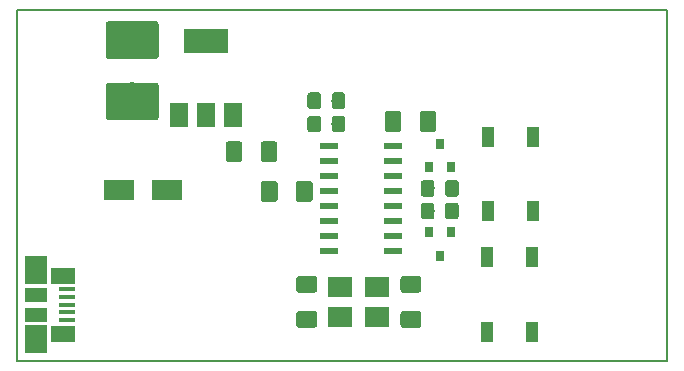
<source format=gbr>
G04 #@! TF.GenerationSoftware,KiCad,Pcbnew,(5.1.2-1)-1*
G04 #@! TF.CreationDate,2019-10-05T22:58:12+03:00*
G04 #@! TF.ProjectId,curtains-driver,63757274-6169-46e7-932d-647269766572,rev?*
G04 #@! TF.SameCoordinates,Original*
G04 #@! TF.FileFunction,Paste,Top*
G04 #@! TF.FilePolarity,Positive*
%FSLAX46Y46*%
G04 Gerber Fmt 4.6, Leading zero omitted, Abs format (unit mm)*
G04 Created by KiCad (PCBNEW (5.1.2-1)-1) date 2019-10-05 22:58:12*
%MOMM*%
%LPD*%
G04 APERTURE LIST*
%ADD10C,0.150000*%
%ADD11R,1.000000X1.700000*%
%ADD12R,2.100000X1.800000*%
%ADD13R,2.500000X1.800000*%
%ADD14C,0.100000*%
%ADD15C,1.150000*%
%ADD16C,1.425000*%
%ADD17R,1.380000X0.450000*%
%ADD18R,2.100000X1.475000*%
%ADD19R,1.900000X2.375000*%
%ADD20R,1.900000X1.175000*%
%ADD21R,1.500000X0.600000*%
%ADD22R,0.800000X0.900000*%
%ADD23C,3.200000*%
%ADD24R,3.800000X2.000000*%
%ADD25R,1.500000X2.000000*%
G04 APERTURE END LIST*
D10*
X134000000Y-63754000D02*
X134000000Y-93500000D01*
X78968600Y-63754000D02*
X78968600Y-93472000D01*
X134000000Y-93500000D02*
X78968600Y-93472000D01*
X78968600Y-63754000D02*
X134000000Y-63754000D01*
D11*
X122575400Y-84683200D03*
X122575400Y-90983200D03*
X118775400Y-84683200D03*
X118775400Y-90983200D03*
X118826200Y-80797800D03*
X118826200Y-74497800D03*
X122626200Y-80797800D03*
X122626200Y-74497800D03*
D12*
X109423800Y-89718200D03*
X106323800Y-89718200D03*
X106323800Y-87218200D03*
X109423800Y-87218200D03*
D13*
X91630500Y-78994000D03*
X87630500Y-78994000D03*
D14*
G36*
X106517805Y-72707204D02*
G01*
X106542073Y-72710804D01*
X106565872Y-72716765D01*
X106588971Y-72725030D01*
X106611150Y-72735520D01*
X106632193Y-72748132D01*
X106651899Y-72762747D01*
X106670077Y-72779223D01*
X106686553Y-72797401D01*
X106701168Y-72817107D01*
X106713780Y-72838150D01*
X106724270Y-72860329D01*
X106732535Y-72883428D01*
X106738496Y-72907227D01*
X106742096Y-72931495D01*
X106743300Y-72955999D01*
X106743300Y-73856001D01*
X106742096Y-73880505D01*
X106738496Y-73904773D01*
X106732535Y-73928572D01*
X106724270Y-73951671D01*
X106713780Y-73973850D01*
X106701168Y-73994893D01*
X106686553Y-74014599D01*
X106670077Y-74032777D01*
X106651899Y-74049253D01*
X106632193Y-74063868D01*
X106611150Y-74076480D01*
X106588971Y-74086970D01*
X106565872Y-74095235D01*
X106542073Y-74101196D01*
X106517805Y-74104796D01*
X106493301Y-74106000D01*
X105843299Y-74106000D01*
X105818795Y-74104796D01*
X105794527Y-74101196D01*
X105770728Y-74095235D01*
X105747629Y-74086970D01*
X105725450Y-74076480D01*
X105704407Y-74063868D01*
X105684701Y-74049253D01*
X105666523Y-74032777D01*
X105650047Y-74014599D01*
X105635432Y-73994893D01*
X105622820Y-73973850D01*
X105612330Y-73951671D01*
X105604065Y-73928572D01*
X105598104Y-73904773D01*
X105594504Y-73880505D01*
X105593300Y-73856001D01*
X105593300Y-72955999D01*
X105594504Y-72931495D01*
X105598104Y-72907227D01*
X105604065Y-72883428D01*
X105612330Y-72860329D01*
X105622820Y-72838150D01*
X105635432Y-72817107D01*
X105650047Y-72797401D01*
X105666523Y-72779223D01*
X105684701Y-72762747D01*
X105704407Y-72748132D01*
X105725450Y-72735520D01*
X105747629Y-72725030D01*
X105770728Y-72716765D01*
X105794527Y-72710804D01*
X105818795Y-72707204D01*
X105843299Y-72706000D01*
X106493301Y-72706000D01*
X106517805Y-72707204D01*
X106517805Y-72707204D01*
G37*
D15*
X106168300Y-73406000D03*
D14*
G36*
X104467805Y-72707204D02*
G01*
X104492073Y-72710804D01*
X104515872Y-72716765D01*
X104538971Y-72725030D01*
X104561150Y-72735520D01*
X104582193Y-72748132D01*
X104601899Y-72762747D01*
X104620077Y-72779223D01*
X104636553Y-72797401D01*
X104651168Y-72817107D01*
X104663780Y-72838150D01*
X104674270Y-72860329D01*
X104682535Y-72883428D01*
X104688496Y-72907227D01*
X104692096Y-72931495D01*
X104693300Y-72955999D01*
X104693300Y-73856001D01*
X104692096Y-73880505D01*
X104688496Y-73904773D01*
X104682535Y-73928572D01*
X104674270Y-73951671D01*
X104663780Y-73973850D01*
X104651168Y-73994893D01*
X104636553Y-74014599D01*
X104620077Y-74032777D01*
X104601899Y-74049253D01*
X104582193Y-74063868D01*
X104561150Y-74076480D01*
X104538971Y-74086970D01*
X104515872Y-74095235D01*
X104492073Y-74101196D01*
X104467805Y-74104796D01*
X104443301Y-74106000D01*
X103793299Y-74106000D01*
X103768795Y-74104796D01*
X103744527Y-74101196D01*
X103720728Y-74095235D01*
X103697629Y-74086970D01*
X103675450Y-74076480D01*
X103654407Y-74063868D01*
X103634701Y-74049253D01*
X103616523Y-74032777D01*
X103600047Y-74014599D01*
X103585432Y-73994893D01*
X103572820Y-73973850D01*
X103562330Y-73951671D01*
X103554065Y-73928572D01*
X103548104Y-73904773D01*
X103544504Y-73880505D01*
X103543300Y-73856001D01*
X103543300Y-72955999D01*
X103544504Y-72931495D01*
X103548104Y-72907227D01*
X103554065Y-72883428D01*
X103562330Y-72860329D01*
X103572820Y-72838150D01*
X103585432Y-72817107D01*
X103600047Y-72797401D01*
X103616523Y-72779223D01*
X103634701Y-72762747D01*
X103654407Y-72748132D01*
X103675450Y-72735520D01*
X103697629Y-72725030D01*
X103720728Y-72716765D01*
X103744527Y-72710804D01*
X103768795Y-72707204D01*
X103793299Y-72706000D01*
X104443301Y-72706000D01*
X104467805Y-72707204D01*
X104467805Y-72707204D01*
G37*
D15*
X104118300Y-73406000D03*
D14*
G36*
X116119005Y-78168204D02*
G01*
X116143273Y-78171804D01*
X116167072Y-78177765D01*
X116190171Y-78186030D01*
X116212350Y-78196520D01*
X116233393Y-78209132D01*
X116253099Y-78223747D01*
X116271277Y-78240223D01*
X116287753Y-78258401D01*
X116302368Y-78278107D01*
X116314980Y-78299150D01*
X116325470Y-78321329D01*
X116333735Y-78344428D01*
X116339696Y-78368227D01*
X116343296Y-78392495D01*
X116344500Y-78416999D01*
X116344500Y-79317001D01*
X116343296Y-79341505D01*
X116339696Y-79365773D01*
X116333735Y-79389572D01*
X116325470Y-79412671D01*
X116314980Y-79434850D01*
X116302368Y-79455893D01*
X116287753Y-79475599D01*
X116271277Y-79493777D01*
X116253099Y-79510253D01*
X116233393Y-79524868D01*
X116212350Y-79537480D01*
X116190171Y-79547970D01*
X116167072Y-79556235D01*
X116143273Y-79562196D01*
X116119005Y-79565796D01*
X116094501Y-79567000D01*
X115444499Y-79567000D01*
X115419995Y-79565796D01*
X115395727Y-79562196D01*
X115371928Y-79556235D01*
X115348829Y-79547970D01*
X115326650Y-79537480D01*
X115305607Y-79524868D01*
X115285901Y-79510253D01*
X115267723Y-79493777D01*
X115251247Y-79475599D01*
X115236632Y-79455893D01*
X115224020Y-79434850D01*
X115213530Y-79412671D01*
X115205265Y-79389572D01*
X115199304Y-79365773D01*
X115195704Y-79341505D01*
X115194500Y-79317001D01*
X115194500Y-78416999D01*
X115195704Y-78392495D01*
X115199304Y-78368227D01*
X115205265Y-78344428D01*
X115213530Y-78321329D01*
X115224020Y-78299150D01*
X115236632Y-78278107D01*
X115251247Y-78258401D01*
X115267723Y-78240223D01*
X115285901Y-78223747D01*
X115305607Y-78209132D01*
X115326650Y-78196520D01*
X115348829Y-78186030D01*
X115371928Y-78177765D01*
X115395727Y-78171804D01*
X115419995Y-78168204D01*
X115444499Y-78167000D01*
X116094501Y-78167000D01*
X116119005Y-78168204D01*
X116119005Y-78168204D01*
G37*
D15*
X115769500Y-78867000D03*
D14*
G36*
X114069005Y-78168204D02*
G01*
X114093273Y-78171804D01*
X114117072Y-78177765D01*
X114140171Y-78186030D01*
X114162350Y-78196520D01*
X114183393Y-78209132D01*
X114203099Y-78223747D01*
X114221277Y-78240223D01*
X114237753Y-78258401D01*
X114252368Y-78278107D01*
X114264980Y-78299150D01*
X114275470Y-78321329D01*
X114283735Y-78344428D01*
X114289696Y-78368227D01*
X114293296Y-78392495D01*
X114294500Y-78416999D01*
X114294500Y-79317001D01*
X114293296Y-79341505D01*
X114289696Y-79365773D01*
X114283735Y-79389572D01*
X114275470Y-79412671D01*
X114264980Y-79434850D01*
X114252368Y-79455893D01*
X114237753Y-79475599D01*
X114221277Y-79493777D01*
X114203099Y-79510253D01*
X114183393Y-79524868D01*
X114162350Y-79537480D01*
X114140171Y-79547970D01*
X114117072Y-79556235D01*
X114093273Y-79562196D01*
X114069005Y-79565796D01*
X114044501Y-79567000D01*
X113394499Y-79567000D01*
X113369995Y-79565796D01*
X113345727Y-79562196D01*
X113321928Y-79556235D01*
X113298829Y-79547970D01*
X113276650Y-79537480D01*
X113255607Y-79524868D01*
X113235901Y-79510253D01*
X113217723Y-79493777D01*
X113201247Y-79475599D01*
X113186632Y-79455893D01*
X113174020Y-79434850D01*
X113163530Y-79412671D01*
X113155265Y-79389572D01*
X113149304Y-79365773D01*
X113145704Y-79341505D01*
X113144500Y-79317001D01*
X113144500Y-78416999D01*
X113145704Y-78392495D01*
X113149304Y-78368227D01*
X113155265Y-78344428D01*
X113163530Y-78321329D01*
X113174020Y-78299150D01*
X113186632Y-78278107D01*
X113201247Y-78258401D01*
X113217723Y-78240223D01*
X113235901Y-78223747D01*
X113255607Y-78209132D01*
X113276650Y-78196520D01*
X113298829Y-78186030D01*
X113321928Y-78177765D01*
X113345727Y-78171804D01*
X113369995Y-78168204D01*
X113394499Y-78167000D01*
X114044501Y-78167000D01*
X114069005Y-78168204D01*
X114069005Y-78168204D01*
G37*
D15*
X113719500Y-78867000D03*
D14*
G36*
X104467805Y-70738704D02*
G01*
X104492073Y-70742304D01*
X104515872Y-70748265D01*
X104538971Y-70756530D01*
X104561150Y-70767020D01*
X104582193Y-70779632D01*
X104601899Y-70794247D01*
X104620077Y-70810723D01*
X104636553Y-70828901D01*
X104651168Y-70848607D01*
X104663780Y-70869650D01*
X104674270Y-70891829D01*
X104682535Y-70914928D01*
X104688496Y-70938727D01*
X104692096Y-70962995D01*
X104693300Y-70987499D01*
X104693300Y-71887501D01*
X104692096Y-71912005D01*
X104688496Y-71936273D01*
X104682535Y-71960072D01*
X104674270Y-71983171D01*
X104663780Y-72005350D01*
X104651168Y-72026393D01*
X104636553Y-72046099D01*
X104620077Y-72064277D01*
X104601899Y-72080753D01*
X104582193Y-72095368D01*
X104561150Y-72107980D01*
X104538971Y-72118470D01*
X104515872Y-72126735D01*
X104492073Y-72132696D01*
X104467805Y-72136296D01*
X104443301Y-72137500D01*
X103793299Y-72137500D01*
X103768795Y-72136296D01*
X103744527Y-72132696D01*
X103720728Y-72126735D01*
X103697629Y-72118470D01*
X103675450Y-72107980D01*
X103654407Y-72095368D01*
X103634701Y-72080753D01*
X103616523Y-72064277D01*
X103600047Y-72046099D01*
X103585432Y-72026393D01*
X103572820Y-72005350D01*
X103562330Y-71983171D01*
X103554065Y-71960072D01*
X103548104Y-71936273D01*
X103544504Y-71912005D01*
X103543300Y-71887501D01*
X103543300Y-70987499D01*
X103544504Y-70962995D01*
X103548104Y-70938727D01*
X103554065Y-70914928D01*
X103562330Y-70891829D01*
X103572820Y-70869650D01*
X103585432Y-70848607D01*
X103600047Y-70828901D01*
X103616523Y-70810723D01*
X103634701Y-70794247D01*
X103654407Y-70779632D01*
X103675450Y-70767020D01*
X103697629Y-70756530D01*
X103720728Y-70748265D01*
X103744527Y-70742304D01*
X103768795Y-70738704D01*
X103793299Y-70737500D01*
X104443301Y-70737500D01*
X104467805Y-70738704D01*
X104467805Y-70738704D01*
G37*
D15*
X104118300Y-71437500D03*
D14*
G36*
X106517805Y-70738704D02*
G01*
X106542073Y-70742304D01*
X106565872Y-70748265D01*
X106588971Y-70756530D01*
X106611150Y-70767020D01*
X106632193Y-70779632D01*
X106651899Y-70794247D01*
X106670077Y-70810723D01*
X106686553Y-70828901D01*
X106701168Y-70848607D01*
X106713780Y-70869650D01*
X106724270Y-70891829D01*
X106732535Y-70914928D01*
X106738496Y-70938727D01*
X106742096Y-70962995D01*
X106743300Y-70987499D01*
X106743300Y-71887501D01*
X106742096Y-71912005D01*
X106738496Y-71936273D01*
X106732535Y-71960072D01*
X106724270Y-71983171D01*
X106713780Y-72005350D01*
X106701168Y-72026393D01*
X106686553Y-72046099D01*
X106670077Y-72064277D01*
X106651899Y-72080753D01*
X106632193Y-72095368D01*
X106611150Y-72107980D01*
X106588971Y-72118470D01*
X106565872Y-72126735D01*
X106542073Y-72132696D01*
X106517805Y-72136296D01*
X106493301Y-72137500D01*
X105843299Y-72137500D01*
X105818795Y-72136296D01*
X105794527Y-72132696D01*
X105770728Y-72126735D01*
X105747629Y-72118470D01*
X105725450Y-72107980D01*
X105704407Y-72095368D01*
X105684701Y-72080753D01*
X105666523Y-72064277D01*
X105650047Y-72046099D01*
X105635432Y-72026393D01*
X105622820Y-72005350D01*
X105612330Y-71983171D01*
X105604065Y-71960072D01*
X105598104Y-71936273D01*
X105594504Y-71912005D01*
X105593300Y-71887501D01*
X105593300Y-70987499D01*
X105594504Y-70962995D01*
X105598104Y-70938727D01*
X105604065Y-70914928D01*
X105612330Y-70891829D01*
X105622820Y-70869650D01*
X105635432Y-70848607D01*
X105650047Y-70828901D01*
X105666523Y-70810723D01*
X105684701Y-70794247D01*
X105704407Y-70779632D01*
X105725450Y-70767020D01*
X105747629Y-70756530D01*
X105770728Y-70748265D01*
X105794527Y-70742304D01*
X105818795Y-70738704D01*
X105843299Y-70737500D01*
X106493301Y-70737500D01*
X106517805Y-70738704D01*
X106517805Y-70738704D01*
G37*
D15*
X106168300Y-71437500D03*
D14*
G36*
X104129104Y-89244404D02*
G01*
X104153373Y-89248004D01*
X104177171Y-89253965D01*
X104200271Y-89262230D01*
X104222449Y-89272720D01*
X104243493Y-89285333D01*
X104263198Y-89299947D01*
X104281377Y-89316423D01*
X104297853Y-89334602D01*
X104312467Y-89354307D01*
X104325080Y-89375351D01*
X104335570Y-89397529D01*
X104343835Y-89420629D01*
X104349796Y-89444427D01*
X104353396Y-89468696D01*
X104354600Y-89493200D01*
X104354600Y-90418200D01*
X104353396Y-90442704D01*
X104349796Y-90466973D01*
X104343835Y-90490771D01*
X104335570Y-90513871D01*
X104325080Y-90536049D01*
X104312467Y-90557093D01*
X104297853Y-90576798D01*
X104281377Y-90594977D01*
X104263198Y-90611453D01*
X104243493Y-90626067D01*
X104222449Y-90638680D01*
X104200271Y-90649170D01*
X104177171Y-90657435D01*
X104153373Y-90663396D01*
X104129104Y-90666996D01*
X104104600Y-90668200D01*
X102854600Y-90668200D01*
X102830096Y-90666996D01*
X102805827Y-90663396D01*
X102782029Y-90657435D01*
X102758929Y-90649170D01*
X102736751Y-90638680D01*
X102715707Y-90626067D01*
X102696002Y-90611453D01*
X102677823Y-90594977D01*
X102661347Y-90576798D01*
X102646733Y-90557093D01*
X102634120Y-90536049D01*
X102623630Y-90513871D01*
X102615365Y-90490771D01*
X102609404Y-90466973D01*
X102605804Y-90442704D01*
X102604600Y-90418200D01*
X102604600Y-89493200D01*
X102605804Y-89468696D01*
X102609404Y-89444427D01*
X102615365Y-89420629D01*
X102623630Y-89397529D01*
X102634120Y-89375351D01*
X102646733Y-89354307D01*
X102661347Y-89334602D01*
X102677823Y-89316423D01*
X102696002Y-89299947D01*
X102715707Y-89285333D01*
X102736751Y-89272720D01*
X102758929Y-89262230D01*
X102782029Y-89253965D01*
X102805827Y-89248004D01*
X102830096Y-89244404D01*
X102854600Y-89243200D01*
X104104600Y-89243200D01*
X104129104Y-89244404D01*
X104129104Y-89244404D01*
G37*
D16*
X103479600Y-89955700D03*
D14*
G36*
X104129104Y-86269404D02*
G01*
X104153373Y-86273004D01*
X104177171Y-86278965D01*
X104200271Y-86287230D01*
X104222449Y-86297720D01*
X104243493Y-86310333D01*
X104263198Y-86324947D01*
X104281377Y-86341423D01*
X104297853Y-86359602D01*
X104312467Y-86379307D01*
X104325080Y-86400351D01*
X104335570Y-86422529D01*
X104343835Y-86445629D01*
X104349796Y-86469427D01*
X104353396Y-86493696D01*
X104354600Y-86518200D01*
X104354600Y-87443200D01*
X104353396Y-87467704D01*
X104349796Y-87491973D01*
X104343835Y-87515771D01*
X104335570Y-87538871D01*
X104325080Y-87561049D01*
X104312467Y-87582093D01*
X104297853Y-87601798D01*
X104281377Y-87619977D01*
X104263198Y-87636453D01*
X104243493Y-87651067D01*
X104222449Y-87663680D01*
X104200271Y-87674170D01*
X104177171Y-87682435D01*
X104153373Y-87688396D01*
X104129104Y-87691996D01*
X104104600Y-87693200D01*
X102854600Y-87693200D01*
X102830096Y-87691996D01*
X102805827Y-87688396D01*
X102782029Y-87682435D01*
X102758929Y-87674170D01*
X102736751Y-87663680D01*
X102715707Y-87651067D01*
X102696002Y-87636453D01*
X102677823Y-87619977D01*
X102661347Y-87601798D01*
X102646733Y-87582093D01*
X102634120Y-87561049D01*
X102623630Y-87538871D01*
X102615365Y-87515771D01*
X102609404Y-87491973D01*
X102605804Y-87467704D01*
X102604600Y-87443200D01*
X102604600Y-86518200D01*
X102605804Y-86493696D01*
X102609404Y-86469427D01*
X102615365Y-86445629D01*
X102623630Y-86422529D01*
X102634120Y-86400351D01*
X102646733Y-86379307D01*
X102661347Y-86359602D01*
X102677823Y-86341423D01*
X102696002Y-86324947D01*
X102715707Y-86310333D01*
X102736751Y-86297720D01*
X102758929Y-86287230D01*
X102782029Y-86278965D01*
X102805827Y-86273004D01*
X102830096Y-86269404D01*
X102854600Y-86268200D01*
X104104600Y-86268200D01*
X104129104Y-86269404D01*
X104129104Y-86269404D01*
G37*
D16*
X103479600Y-86980700D03*
D14*
G36*
X103765004Y-78247204D02*
G01*
X103789273Y-78250804D01*
X103813071Y-78256765D01*
X103836171Y-78265030D01*
X103858349Y-78275520D01*
X103879393Y-78288133D01*
X103899098Y-78302747D01*
X103917277Y-78319223D01*
X103933753Y-78337402D01*
X103948367Y-78357107D01*
X103960980Y-78378151D01*
X103971470Y-78400329D01*
X103979735Y-78423429D01*
X103985696Y-78447227D01*
X103989296Y-78471496D01*
X103990500Y-78496000D01*
X103990500Y-79746000D01*
X103989296Y-79770504D01*
X103985696Y-79794773D01*
X103979735Y-79818571D01*
X103971470Y-79841671D01*
X103960980Y-79863849D01*
X103948367Y-79884893D01*
X103933753Y-79904598D01*
X103917277Y-79922777D01*
X103899098Y-79939253D01*
X103879393Y-79953867D01*
X103858349Y-79966480D01*
X103836171Y-79976970D01*
X103813071Y-79985235D01*
X103789273Y-79991196D01*
X103765004Y-79994796D01*
X103740500Y-79996000D01*
X102815500Y-79996000D01*
X102790996Y-79994796D01*
X102766727Y-79991196D01*
X102742929Y-79985235D01*
X102719829Y-79976970D01*
X102697651Y-79966480D01*
X102676607Y-79953867D01*
X102656902Y-79939253D01*
X102638723Y-79922777D01*
X102622247Y-79904598D01*
X102607633Y-79884893D01*
X102595020Y-79863849D01*
X102584530Y-79841671D01*
X102576265Y-79818571D01*
X102570304Y-79794773D01*
X102566704Y-79770504D01*
X102565500Y-79746000D01*
X102565500Y-78496000D01*
X102566704Y-78471496D01*
X102570304Y-78447227D01*
X102576265Y-78423429D01*
X102584530Y-78400329D01*
X102595020Y-78378151D01*
X102607633Y-78357107D01*
X102622247Y-78337402D01*
X102638723Y-78319223D01*
X102656902Y-78302747D01*
X102676607Y-78288133D01*
X102697651Y-78275520D01*
X102719829Y-78265030D01*
X102742929Y-78256765D01*
X102766727Y-78250804D01*
X102790996Y-78247204D01*
X102815500Y-78246000D01*
X103740500Y-78246000D01*
X103765004Y-78247204D01*
X103765004Y-78247204D01*
G37*
D16*
X103278000Y-79121000D03*
D14*
G36*
X100790004Y-78247204D02*
G01*
X100814273Y-78250804D01*
X100838071Y-78256765D01*
X100861171Y-78265030D01*
X100883349Y-78275520D01*
X100904393Y-78288133D01*
X100924098Y-78302747D01*
X100942277Y-78319223D01*
X100958753Y-78337402D01*
X100973367Y-78357107D01*
X100985980Y-78378151D01*
X100996470Y-78400329D01*
X101004735Y-78423429D01*
X101010696Y-78447227D01*
X101014296Y-78471496D01*
X101015500Y-78496000D01*
X101015500Y-79746000D01*
X101014296Y-79770504D01*
X101010696Y-79794773D01*
X101004735Y-79818571D01*
X100996470Y-79841671D01*
X100985980Y-79863849D01*
X100973367Y-79884893D01*
X100958753Y-79904598D01*
X100942277Y-79922777D01*
X100924098Y-79939253D01*
X100904393Y-79953867D01*
X100883349Y-79966480D01*
X100861171Y-79976970D01*
X100838071Y-79985235D01*
X100814273Y-79991196D01*
X100790004Y-79994796D01*
X100765500Y-79996000D01*
X99840500Y-79996000D01*
X99815996Y-79994796D01*
X99791727Y-79991196D01*
X99767929Y-79985235D01*
X99744829Y-79976970D01*
X99722651Y-79966480D01*
X99701607Y-79953867D01*
X99681902Y-79939253D01*
X99663723Y-79922777D01*
X99647247Y-79904598D01*
X99632633Y-79884893D01*
X99620020Y-79863849D01*
X99609530Y-79841671D01*
X99601265Y-79818571D01*
X99595304Y-79794773D01*
X99591704Y-79770504D01*
X99590500Y-79746000D01*
X99590500Y-78496000D01*
X99591704Y-78471496D01*
X99595304Y-78447227D01*
X99601265Y-78423429D01*
X99609530Y-78400329D01*
X99620020Y-78378151D01*
X99632633Y-78357107D01*
X99647247Y-78337402D01*
X99663723Y-78319223D01*
X99681902Y-78302747D01*
X99701607Y-78288133D01*
X99722651Y-78275520D01*
X99744829Y-78265030D01*
X99767929Y-78256765D01*
X99791727Y-78250804D01*
X99815996Y-78247204D01*
X99840500Y-78246000D01*
X100765500Y-78246000D01*
X100790004Y-78247204D01*
X100790004Y-78247204D01*
G37*
D16*
X100303000Y-79121000D03*
D17*
X83184500Y-87409500D03*
X83184500Y-88059500D03*
X83184500Y-88709500D03*
X83184500Y-89359500D03*
X83184500Y-90009500D03*
D18*
X82824500Y-86247000D03*
X82824500Y-91172000D03*
D19*
X80524500Y-85799500D03*
X80524500Y-91619500D03*
D20*
X80524500Y-87869500D03*
X80524500Y-89549500D03*
D21*
X105362000Y-75311000D03*
X105362000Y-76581000D03*
X105362000Y-77851000D03*
X105362000Y-79121000D03*
X105362000Y-80391000D03*
X105362000Y-81661000D03*
X105362000Y-82931000D03*
X105362000Y-84201000D03*
X110762000Y-84201000D03*
X110762000Y-82931000D03*
X110762000Y-81661000D03*
X110762000Y-80391000D03*
X110762000Y-79121000D03*
X110762000Y-77851000D03*
X110762000Y-76581000D03*
X110762000Y-75311000D03*
D22*
X114744500Y-84566000D03*
X113794500Y-82566000D03*
X115694500Y-82566000D03*
X113794500Y-77073000D03*
X115694500Y-77073000D03*
X114744500Y-75073000D03*
D14*
G36*
X114069005Y-80073204D02*
G01*
X114093273Y-80076804D01*
X114117072Y-80082765D01*
X114140171Y-80091030D01*
X114162350Y-80101520D01*
X114183393Y-80114132D01*
X114203099Y-80128747D01*
X114221277Y-80145223D01*
X114237753Y-80163401D01*
X114252368Y-80183107D01*
X114264980Y-80204150D01*
X114275470Y-80226329D01*
X114283735Y-80249428D01*
X114289696Y-80273227D01*
X114293296Y-80297495D01*
X114294500Y-80321999D01*
X114294500Y-81222001D01*
X114293296Y-81246505D01*
X114289696Y-81270773D01*
X114283735Y-81294572D01*
X114275470Y-81317671D01*
X114264980Y-81339850D01*
X114252368Y-81360893D01*
X114237753Y-81380599D01*
X114221277Y-81398777D01*
X114203099Y-81415253D01*
X114183393Y-81429868D01*
X114162350Y-81442480D01*
X114140171Y-81452970D01*
X114117072Y-81461235D01*
X114093273Y-81467196D01*
X114069005Y-81470796D01*
X114044501Y-81472000D01*
X113394499Y-81472000D01*
X113369995Y-81470796D01*
X113345727Y-81467196D01*
X113321928Y-81461235D01*
X113298829Y-81452970D01*
X113276650Y-81442480D01*
X113255607Y-81429868D01*
X113235901Y-81415253D01*
X113217723Y-81398777D01*
X113201247Y-81380599D01*
X113186632Y-81360893D01*
X113174020Y-81339850D01*
X113163530Y-81317671D01*
X113155265Y-81294572D01*
X113149304Y-81270773D01*
X113145704Y-81246505D01*
X113144500Y-81222001D01*
X113144500Y-80321999D01*
X113145704Y-80297495D01*
X113149304Y-80273227D01*
X113155265Y-80249428D01*
X113163530Y-80226329D01*
X113174020Y-80204150D01*
X113186632Y-80183107D01*
X113201247Y-80163401D01*
X113217723Y-80145223D01*
X113235901Y-80128747D01*
X113255607Y-80114132D01*
X113276650Y-80101520D01*
X113298829Y-80091030D01*
X113321928Y-80082765D01*
X113345727Y-80076804D01*
X113369995Y-80073204D01*
X113394499Y-80072000D01*
X114044501Y-80072000D01*
X114069005Y-80073204D01*
X114069005Y-80073204D01*
G37*
D15*
X113719500Y-80772000D03*
D14*
G36*
X116119005Y-80073204D02*
G01*
X116143273Y-80076804D01*
X116167072Y-80082765D01*
X116190171Y-80091030D01*
X116212350Y-80101520D01*
X116233393Y-80114132D01*
X116253099Y-80128747D01*
X116271277Y-80145223D01*
X116287753Y-80163401D01*
X116302368Y-80183107D01*
X116314980Y-80204150D01*
X116325470Y-80226329D01*
X116333735Y-80249428D01*
X116339696Y-80273227D01*
X116343296Y-80297495D01*
X116344500Y-80321999D01*
X116344500Y-81222001D01*
X116343296Y-81246505D01*
X116339696Y-81270773D01*
X116333735Y-81294572D01*
X116325470Y-81317671D01*
X116314980Y-81339850D01*
X116302368Y-81360893D01*
X116287753Y-81380599D01*
X116271277Y-81398777D01*
X116253099Y-81415253D01*
X116233393Y-81429868D01*
X116212350Y-81442480D01*
X116190171Y-81452970D01*
X116167072Y-81461235D01*
X116143273Y-81467196D01*
X116119005Y-81470796D01*
X116094501Y-81472000D01*
X115444499Y-81472000D01*
X115419995Y-81470796D01*
X115395727Y-81467196D01*
X115371928Y-81461235D01*
X115348829Y-81452970D01*
X115326650Y-81442480D01*
X115305607Y-81429868D01*
X115285901Y-81415253D01*
X115267723Y-81398777D01*
X115251247Y-81380599D01*
X115236632Y-81360893D01*
X115224020Y-81339850D01*
X115213530Y-81317671D01*
X115205265Y-81294572D01*
X115199304Y-81270773D01*
X115195704Y-81246505D01*
X115194500Y-81222001D01*
X115194500Y-80321999D01*
X115195704Y-80297495D01*
X115199304Y-80273227D01*
X115205265Y-80249428D01*
X115213530Y-80226329D01*
X115224020Y-80204150D01*
X115236632Y-80183107D01*
X115251247Y-80163401D01*
X115267723Y-80145223D01*
X115285901Y-80128747D01*
X115305607Y-80114132D01*
X115326650Y-80101520D01*
X115348829Y-80091030D01*
X115371928Y-80082765D01*
X115395727Y-80076804D01*
X115419995Y-80073204D01*
X115444499Y-80072000D01*
X116094501Y-80072000D01*
X116119005Y-80073204D01*
X116119005Y-80073204D01*
G37*
D15*
X115769500Y-80772000D03*
D14*
G36*
X112942904Y-89244404D02*
G01*
X112967173Y-89248004D01*
X112990971Y-89253965D01*
X113014071Y-89262230D01*
X113036249Y-89272720D01*
X113057293Y-89285333D01*
X113076998Y-89299947D01*
X113095177Y-89316423D01*
X113111653Y-89334602D01*
X113126267Y-89354307D01*
X113138880Y-89375351D01*
X113149370Y-89397529D01*
X113157635Y-89420629D01*
X113163596Y-89444427D01*
X113167196Y-89468696D01*
X113168400Y-89493200D01*
X113168400Y-90418200D01*
X113167196Y-90442704D01*
X113163596Y-90466973D01*
X113157635Y-90490771D01*
X113149370Y-90513871D01*
X113138880Y-90536049D01*
X113126267Y-90557093D01*
X113111653Y-90576798D01*
X113095177Y-90594977D01*
X113076998Y-90611453D01*
X113057293Y-90626067D01*
X113036249Y-90638680D01*
X113014071Y-90649170D01*
X112990971Y-90657435D01*
X112967173Y-90663396D01*
X112942904Y-90666996D01*
X112918400Y-90668200D01*
X111668400Y-90668200D01*
X111643896Y-90666996D01*
X111619627Y-90663396D01*
X111595829Y-90657435D01*
X111572729Y-90649170D01*
X111550551Y-90638680D01*
X111529507Y-90626067D01*
X111509802Y-90611453D01*
X111491623Y-90594977D01*
X111475147Y-90576798D01*
X111460533Y-90557093D01*
X111447920Y-90536049D01*
X111437430Y-90513871D01*
X111429165Y-90490771D01*
X111423204Y-90466973D01*
X111419604Y-90442704D01*
X111418400Y-90418200D01*
X111418400Y-89493200D01*
X111419604Y-89468696D01*
X111423204Y-89444427D01*
X111429165Y-89420629D01*
X111437430Y-89397529D01*
X111447920Y-89375351D01*
X111460533Y-89354307D01*
X111475147Y-89334602D01*
X111491623Y-89316423D01*
X111509802Y-89299947D01*
X111529507Y-89285333D01*
X111550551Y-89272720D01*
X111572729Y-89262230D01*
X111595829Y-89253965D01*
X111619627Y-89248004D01*
X111643896Y-89244404D01*
X111668400Y-89243200D01*
X112918400Y-89243200D01*
X112942904Y-89244404D01*
X112942904Y-89244404D01*
G37*
D16*
X112293400Y-89955700D03*
D14*
G36*
X112942904Y-86269404D02*
G01*
X112967173Y-86273004D01*
X112990971Y-86278965D01*
X113014071Y-86287230D01*
X113036249Y-86297720D01*
X113057293Y-86310333D01*
X113076998Y-86324947D01*
X113095177Y-86341423D01*
X113111653Y-86359602D01*
X113126267Y-86379307D01*
X113138880Y-86400351D01*
X113149370Y-86422529D01*
X113157635Y-86445629D01*
X113163596Y-86469427D01*
X113167196Y-86493696D01*
X113168400Y-86518200D01*
X113168400Y-87443200D01*
X113167196Y-87467704D01*
X113163596Y-87491973D01*
X113157635Y-87515771D01*
X113149370Y-87538871D01*
X113138880Y-87561049D01*
X113126267Y-87582093D01*
X113111653Y-87601798D01*
X113095177Y-87619977D01*
X113076998Y-87636453D01*
X113057293Y-87651067D01*
X113036249Y-87663680D01*
X113014071Y-87674170D01*
X112990971Y-87682435D01*
X112967173Y-87688396D01*
X112942904Y-87691996D01*
X112918400Y-87693200D01*
X111668400Y-87693200D01*
X111643896Y-87691996D01*
X111619627Y-87688396D01*
X111595829Y-87682435D01*
X111572729Y-87674170D01*
X111550551Y-87663680D01*
X111529507Y-87651067D01*
X111509802Y-87636453D01*
X111491623Y-87619977D01*
X111475147Y-87601798D01*
X111460533Y-87582093D01*
X111447920Y-87561049D01*
X111437430Y-87538871D01*
X111429165Y-87515771D01*
X111423204Y-87491973D01*
X111419604Y-87467704D01*
X111418400Y-87443200D01*
X111418400Y-86518200D01*
X111419604Y-86493696D01*
X111423204Y-86469427D01*
X111429165Y-86445629D01*
X111437430Y-86422529D01*
X111447920Y-86400351D01*
X111460533Y-86379307D01*
X111475147Y-86359602D01*
X111491623Y-86341423D01*
X111509802Y-86324947D01*
X111529507Y-86310333D01*
X111550551Y-86297720D01*
X111572729Y-86287230D01*
X111595829Y-86278965D01*
X111619627Y-86273004D01*
X111643896Y-86269404D01*
X111668400Y-86268200D01*
X112918400Y-86268200D01*
X112942904Y-86269404D01*
X112942904Y-86269404D01*
G37*
D16*
X112293400Y-86980700D03*
D14*
G36*
X111267504Y-72329004D02*
G01*
X111291773Y-72332604D01*
X111315571Y-72338565D01*
X111338671Y-72346830D01*
X111360849Y-72357320D01*
X111381893Y-72369933D01*
X111401598Y-72384547D01*
X111419777Y-72401023D01*
X111436253Y-72419202D01*
X111450867Y-72438907D01*
X111463480Y-72459951D01*
X111473970Y-72482129D01*
X111482235Y-72505229D01*
X111488196Y-72529027D01*
X111491796Y-72553296D01*
X111493000Y-72577800D01*
X111493000Y-73827800D01*
X111491796Y-73852304D01*
X111488196Y-73876573D01*
X111482235Y-73900371D01*
X111473970Y-73923471D01*
X111463480Y-73945649D01*
X111450867Y-73966693D01*
X111436253Y-73986398D01*
X111419777Y-74004577D01*
X111401598Y-74021053D01*
X111381893Y-74035667D01*
X111360849Y-74048280D01*
X111338671Y-74058770D01*
X111315571Y-74067035D01*
X111291773Y-74072996D01*
X111267504Y-74076596D01*
X111243000Y-74077800D01*
X110318000Y-74077800D01*
X110293496Y-74076596D01*
X110269227Y-74072996D01*
X110245429Y-74067035D01*
X110222329Y-74058770D01*
X110200151Y-74048280D01*
X110179107Y-74035667D01*
X110159402Y-74021053D01*
X110141223Y-74004577D01*
X110124747Y-73986398D01*
X110110133Y-73966693D01*
X110097520Y-73945649D01*
X110087030Y-73923471D01*
X110078765Y-73900371D01*
X110072804Y-73876573D01*
X110069204Y-73852304D01*
X110068000Y-73827800D01*
X110068000Y-72577800D01*
X110069204Y-72553296D01*
X110072804Y-72529027D01*
X110078765Y-72505229D01*
X110087030Y-72482129D01*
X110097520Y-72459951D01*
X110110133Y-72438907D01*
X110124747Y-72419202D01*
X110141223Y-72401023D01*
X110159402Y-72384547D01*
X110179107Y-72369933D01*
X110200151Y-72357320D01*
X110222329Y-72346830D01*
X110245429Y-72338565D01*
X110269227Y-72332604D01*
X110293496Y-72329004D01*
X110318000Y-72327800D01*
X111243000Y-72327800D01*
X111267504Y-72329004D01*
X111267504Y-72329004D01*
G37*
D16*
X110780500Y-73202800D03*
D14*
G36*
X114242504Y-72329004D02*
G01*
X114266773Y-72332604D01*
X114290571Y-72338565D01*
X114313671Y-72346830D01*
X114335849Y-72357320D01*
X114356893Y-72369933D01*
X114376598Y-72384547D01*
X114394777Y-72401023D01*
X114411253Y-72419202D01*
X114425867Y-72438907D01*
X114438480Y-72459951D01*
X114448970Y-72482129D01*
X114457235Y-72505229D01*
X114463196Y-72529027D01*
X114466796Y-72553296D01*
X114468000Y-72577800D01*
X114468000Y-73827800D01*
X114466796Y-73852304D01*
X114463196Y-73876573D01*
X114457235Y-73900371D01*
X114448970Y-73923471D01*
X114438480Y-73945649D01*
X114425867Y-73966693D01*
X114411253Y-73986398D01*
X114394777Y-74004577D01*
X114376598Y-74021053D01*
X114356893Y-74035667D01*
X114335849Y-74048280D01*
X114313671Y-74058770D01*
X114290571Y-74067035D01*
X114266773Y-74072996D01*
X114242504Y-74076596D01*
X114218000Y-74077800D01*
X113293000Y-74077800D01*
X113268496Y-74076596D01*
X113244227Y-74072996D01*
X113220429Y-74067035D01*
X113197329Y-74058770D01*
X113175151Y-74048280D01*
X113154107Y-74035667D01*
X113134402Y-74021053D01*
X113116223Y-74004577D01*
X113099747Y-73986398D01*
X113085133Y-73966693D01*
X113072520Y-73945649D01*
X113062030Y-73923471D01*
X113053765Y-73900371D01*
X113047804Y-73876573D01*
X113044204Y-73852304D01*
X113043000Y-73827800D01*
X113043000Y-72577800D01*
X113044204Y-72553296D01*
X113047804Y-72529027D01*
X113053765Y-72505229D01*
X113062030Y-72482129D01*
X113072520Y-72459951D01*
X113085133Y-72438907D01*
X113099747Y-72419202D01*
X113116223Y-72401023D01*
X113134402Y-72384547D01*
X113154107Y-72369933D01*
X113175151Y-72357320D01*
X113197329Y-72346830D01*
X113220429Y-72338565D01*
X113244227Y-72332604D01*
X113268496Y-72329004D01*
X113293000Y-72327800D01*
X114218000Y-72327800D01*
X114242504Y-72329004D01*
X114242504Y-72329004D01*
G37*
D16*
X113755500Y-73202800D03*
D14*
G36*
X100780504Y-74881704D02*
G01*
X100804773Y-74885304D01*
X100828571Y-74891265D01*
X100851671Y-74899530D01*
X100873849Y-74910020D01*
X100894893Y-74922633D01*
X100914598Y-74937247D01*
X100932777Y-74953723D01*
X100949253Y-74971902D01*
X100963867Y-74991607D01*
X100976480Y-75012651D01*
X100986970Y-75034829D01*
X100995235Y-75057929D01*
X101001196Y-75081727D01*
X101004796Y-75105996D01*
X101006000Y-75130500D01*
X101006000Y-76380500D01*
X101004796Y-76405004D01*
X101001196Y-76429273D01*
X100995235Y-76453071D01*
X100986970Y-76476171D01*
X100976480Y-76498349D01*
X100963867Y-76519393D01*
X100949253Y-76539098D01*
X100932777Y-76557277D01*
X100914598Y-76573753D01*
X100894893Y-76588367D01*
X100873849Y-76600980D01*
X100851671Y-76611470D01*
X100828571Y-76619735D01*
X100804773Y-76625696D01*
X100780504Y-76629296D01*
X100756000Y-76630500D01*
X99831000Y-76630500D01*
X99806496Y-76629296D01*
X99782227Y-76625696D01*
X99758429Y-76619735D01*
X99735329Y-76611470D01*
X99713151Y-76600980D01*
X99692107Y-76588367D01*
X99672402Y-76573753D01*
X99654223Y-76557277D01*
X99637747Y-76539098D01*
X99623133Y-76519393D01*
X99610520Y-76498349D01*
X99600030Y-76476171D01*
X99591765Y-76453071D01*
X99585804Y-76429273D01*
X99582204Y-76405004D01*
X99581000Y-76380500D01*
X99581000Y-75130500D01*
X99582204Y-75105996D01*
X99585804Y-75081727D01*
X99591765Y-75057929D01*
X99600030Y-75034829D01*
X99610520Y-75012651D01*
X99623133Y-74991607D01*
X99637747Y-74971902D01*
X99654223Y-74953723D01*
X99672402Y-74937247D01*
X99692107Y-74922633D01*
X99713151Y-74910020D01*
X99735329Y-74899530D01*
X99758429Y-74891265D01*
X99782227Y-74885304D01*
X99806496Y-74881704D01*
X99831000Y-74880500D01*
X100756000Y-74880500D01*
X100780504Y-74881704D01*
X100780504Y-74881704D01*
G37*
D16*
X100293500Y-75755500D03*
D14*
G36*
X97805504Y-74881704D02*
G01*
X97829773Y-74885304D01*
X97853571Y-74891265D01*
X97876671Y-74899530D01*
X97898849Y-74910020D01*
X97919893Y-74922633D01*
X97939598Y-74937247D01*
X97957777Y-74953723D01*
X97974253Y-74971902D01*
X97988867Y-74991607D01*
X98001480Y-75012651D01*
X98011970Y-75034829D01*
X98020235Y-75057929D01*
X98026196Y-75081727D01*
X98029796Y-75105996D01*
X98031000Y-75130500D01*
X98031000Y-76380500D01*
X98029796Y-76405004D01*
X98026196Y-76429273D01*
X98020235Y-76453071D01*
X98011970Y-76476171D01*
X98001480Y-76498349D01*
X97988867Y-76519393D01*
X97974253Y-76539098D01*
X97957777Y-76557277D01*
X97939598Y-76573753D01*
X97919893Y-76588367D01*
X97898849Y-76600980D01*
X97876671Y-76611470D01*
X97853571Y-76619735D01*
X97829773Y-76625696D01*
X97805504Y-76629296D01*
X97781000Y-76630500D01*
X96856000Y-76630500D01*
X96831496Y-76629296D01*
X96807227Y-76625696D01*
X96783429Y-76619735D01*
X96760329Y-76611470D01*
X96738151Y-76600980D01*
X96717107Y-76588367D01*
X96697402Y-76573753D01*
X96679223Y-76557277D01*
X96662747Y-76539098D01*
X96648133Y-76519393D01*
X96635520Y-76498349D01*
X96625030Y-76476171D01*
X96616765Y-76453071D01*
X96610804Y-76429273D01*
X96607204Y-76405004D01*
X96606000Y-76380500D01*
X96606000Y-75130500D01*
X96607204Y-75105996D01*
X96610804Y-75081727D01*
X96616765Y-75057929D01*
X96625030Y-75034829D01*
X96635520Y-75012651D01*
X96648133Y-74991607D01*
X96662747Y-74971902D01*
X96679223Y-74953723D01*
X96697402Y-74937247D01*
X96717107Y-74922633D01*
X96738151Y-74910020D01*
X96760329Y-74899530D01*
X96783429Y-74891265D01*
X96807227Y-74885304D01*
X96831496Y-74881704D01*
X96856000Y-74880500D01*
X97781000Y-74880500D01*
X97805504Y-74881704D01*
X97805504Y-74881704D01*
G37*
D16*
X97318500Y-75755500D03*
D14*
G36*
X90709004Y-69898704D02*
G01*
X90733273Y-69902304D01*
X90757071Y-69908265D01*
X90780171Y-69916530D01*
X90802349Y-69927020D01*
X90823393Y-69939633D01*
X90843098Y-69954247D01*
X90861277Y-69970723D01*
X90877753Y-69988902D01*
X90892367Y-70008607D01*
X90904980Y-70029651D01*
X90915470Y-70051829D01*
X90923735Y-70074929D01*
X90929696Y-70098727D01*
X90933296Y-70122996D01*
X90934500Y-70147500D01*
X90934500Y-72847500D01*
X90933296Y-72872004D01*
X90929696Y-72896273D01*
X90923735Y-72920071D01*
X90915470Y-72943171D01*
X90904980Y-72965349D01*
X90892367Y-72986393D01*
X90877753Y-73006098D01*
X90861277Y-73024277D01*
X90843098Y-73040753D01*
X90823393Y-73055367D01*
X90802349Y-73067980D01*
X90780171Y-73078470D01*
X90757071Y-73086735D01*
X90733273Y-73092696D01*
X90709004Y-73096296D01*
X90684500Y-73097500D01*
X86734500Y-73097500D01*
X86709996Y-73096296D01*
X86685727Y-73092696D01*
X86661929Y-73086735D01*
X86638829Y-73078470D01*
X86616651Y-73067980D01*
X86595607Y-73055367D01*
X86575902Y-73040753D01*
X86557723Y-73024277D01*
X86541247Y-73006098D01*
X86526633Y-72986393D01*
X86514020Y-72965349D01*
X86503530Y-72943171D01*
X86495265Y-72920071D01*
X86489304Y-72896273D01*
X86485704Y-72872004D01*
X86484500Y-72847500D01*
X86484500Y-70147500D01*
X86485704Y-70122996D01*
X86489304Y-70098727D01*
X86495265Y-70074929D01*
X86503530Y-70051829D01*
X86514020Y-70029651D01*
X86526633Y-70008607D01*
X86541247Y-69988902D01*
X86557723Y-69970723D01*
X86575902Y-69954247D01*
X86595607Y-69939633D01*
X86616651Y-69927020D01*
X86638829Y-69916530D01*
X86661929Y-69908265D01*
X86685727Y-69902304D01*
X86709996Y-69898704D01*
X86734500Y-69897500D01*
X90684500Y-69897500D01*
X90709004Y-69898704D01*
X90709004Y-69898704D01*
G37*
D23*
X88709500Y-71497500D03*
D14*
G36*
X90709004Y-64698704D02*
G01*
X90733273Y-64702304D01*
X90757071Y-64708265D01*
X90780171Y-64716530D01*
X90802349Y-64727020D01*
X90823393Y-64739633D01*
X90843098Y-64754247D01*
X90861277Y-64770723D01*
X90877753Y-64788902D01*
X90892367Y-64808607D01*
X90904980Y-64829651D01*
X90915470Y-64851829D01*
X90923735Y-64874929D01*
X90929696Y-64898727D01*
X90933296Y-64922996D01*
X90934500Y-64947500D01*
X90934500Y-67647500D01*
X90933296Y-67672004D01*
X90929696Y-67696273D01*
X90923735Y-67720071D01*
X90915470Y-67743171D01*
X90904980Y-67765349D01*
X90892367Y-67786393D01*
X90877753Y-67806098D01*
X90861277Y-67824277D01*
X90843098Y-67840753D01*
X90823393Y-67855367D01*
X90802349Y-67867980D01*
X90780171Y-67878470D01*
X90757071Y-67886735D01*
X90733273Y-67892696D01*
X90709004Y-67896296D01*
X90684500Y-67897500D01*
X86734500Y-67897500D01*
X86709996Y-67896296D01*
X86685727Y-67892696D01*
X86661929Y-67886735D01*
X86638829Y-67878470D01*
X86616651Y-67867980D01*
X86595607Y-67855367D01*
X86575902Y-67840753D01*
X86557723Y-67824277D01*
X86541247Y-67806098D01*
X86526633Y-67786393D01*
X86514020Y-67765349D01*
X86503530Y-67743171D01*
X86495265Y-67720071D01*
X86489304Y-67696273D01*
X86485704Y-67672004D01*
X86484500Y-67647500D01*
X86484500Y-64947500D01*
X86485704Y-64922996D01*
X86489304Y-64898727D01*
X86495265Y-64874929D01*
X86503530Y-64851829D01*
X86514020Y-64829651D01*
X86526633Y-64808607D01*
X86541247Y-64788902D01*
X86557723Y-64770723D01*
X86575902Y-64754247D01*
X86595607Y-64739633D01*
X86616651Y-64727020D01*
X86638829Y-64716530D01*
X86661929Y-64708265D01*
X86685727Y-64702304D01*
X86709996Y-64698704D01*
X86734500Y-64697500D01*
X90684500Y-64697500D01*
X90709004Y-64698704D01*
X90709004Y-64698704D01*
G37*
D23*
X88709500Y-66297500D03*
D24*
X94932500Y-66382500D03*
D25*
X94932500Y-72682500D03*
X97232500Y-72682500D03*
X92632500Y-72682500D03*
M02*

</source>
